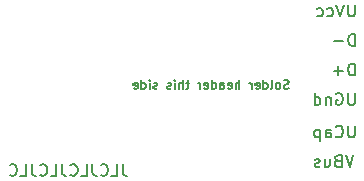
<source format=gbo>
G04 #@! TF.GenerationSoftware,KiCad,Pcbnew,(5.1.10)-1*
G04 #@! TF.CreationDate,2021-08-25T20:16:02-07:00*
G04 #@! TF.ProjectId,USB breakout,55534220-6272-4656-916b-6f75742e6b69,rev?*
G04 #@! TF.SameCoordinates,Original*
G04 #@! TF.FileFunction,Legend,Bot*
G04 #@! TF.FilePolarity,Positive*
%FSLAX46Y46*%
G04 Gerber Fmt 4.6, Leading zero omitted, Abs format (unit mm)*
G04 Created by KiCad (PCBNEW (5.1.10)-1) date 2021-08-25 20:16:02*
%MOMM*%
%LPD*%
G01*
G04 APERTURE LIST*
%ADD10C,0.150000*%
%ADD11R,1.700000X1.700000*%
%ADD12O,1.700000X1.700000*%
%ADD13O,0.950000X1.250000*%
%ADD14O,1.550000X0.890000*%
G04 APERTURE END LIST*
D10*
X110259404Y-98452380D02*
X110259404Y-99166666D01*
X110307023Y-99309523D01*
X110402261Y-99404761D01*
X110545119Y-99452380D01*
X110640357Y-99452380D01*
X109307023Y-99452380D02*
X109783214Y-99452380D01*
X109783214Y-98452380D01*
X108402261Y-99357142D02*
X108449880Y-99404761D01*
X108592738Y-99452380D01*
X108687976Y-99452380D01*
X108830833Y-99404761D01*
X108926071Y-99309523D01*
X108973690Y-99214285D01*
X109021309Y-99023809D01*
X109021309Y-98880952D01*
X108973690Y-98690476D01*
X108926071Y-98595238D01*
X108830833Y-98500000D01*
X108687976Y-98452380D01*
X108592738Y-98452380D01*
X108449880Y-98500000D01*
X108402261Y-98547619D01*
X107687976Y-98452380D02*
X107687976Y-99166666D01*
X107735595Y-99309523D01*
X107830833Y-99404761D01*
X107973690Y-99452380D01*
X108068928Y-99452380D01*
X106735595Y-99452380D02*
X107211785Y-99452380D01*
X107211785Y-98452380D01*
X105830833Y-99357142D02*
X105878452Y-99404761D01*
X106021309Y-99452380D01*
X106116547Y-99452380D01*
X106259404Y-99404761D01*
X106354642Y-99309523D01*
X106402261Y-99214285D01*
X106449880Y-99023809D01*
X106449880Y-98880952D01*
X106402261Y-98690476D01*
X106354642Y-98595238D01*
X106259404Y-98500000D01*
X106116547Y-98452380D01*
X106021309Y-98452380D01*
X105878452Y-98500000D01*
X105830833Y-98547619D01*
X105116547Y-98452380D02*
X105116547Y-99166666D01*
X105164166Y-99309523D01*
X105259404Y-99404761D01*
X105402261Y-99452380D01*
X105497500Y-99452380D01*
X104164166Y-99452380D02*
X104640357Y-99452380D01*
X104640357Y-98452380D01*
X103259404Y-99357142D02*
X103307023Y-99404761D01*
X103449880Y-99452380D01*
X103545119Y-99452380D01*
X103687976Y-99404761D01*
X103783214Y-99309523D01*
X103830833Y-99214285D01*
X103878452Y-99023809D01*
X103878452Y-98880952D01*
X103830833Y-98690476D01*
X103783214Y-98595238D01*
X103687976Y-98500000D01*
X103545119Y-98452380D01*
X103449880Y-98452380D01*
X103307023Y-98500000D01*
X103259404Y-98547619D01*
X102545119Y-98452380D02*
X102545119Y-99166666D01*
X102592738Y-99309523D01*
X102687976Y-99404761D01*
X102830833Y-99452380D01*
X102926071Y-99452380D01*
X101592738Y-99452380D02*
X102068928Y-99452380D01*
X102068928Y-98452380D01*
X100687976Y-99357142D02*
X100735595Y-99404761D01*
X100878452Y-99452380D01*
X100973690Y-99452380D01*
X101116547Y-99404761D01*
X101211785Y-99309523D01*
X101259404Y-99214285D01*
X101307023Y-99023809D01*
X101307023Y-98880952D01*
X101259404Y-98690476D01*
X101211785Y-98595238D01*
X101116547Y-98500000D01*
X100973690Y-98452380D01*
X100878452Y-98452380D01*
X100735595Y-98500000D01*
X100687976Y-98547619D01*
X124321428Y-92053571D02*
X124214285Y-92089285D01*
X124035714Y-92089285D01*
X123964285Y-92053571D01*
X123928571Y-92017857D01*
X123892857Y-91946428D01*
X123892857Y-91875000D01*
X123928571Y-91803571D01*
X123964285Y-91767857D01*
X124035714Y-91732142D01*
X124178571Y-91696428D01*
X124250000Y-91660714D01*
X124285714Y-91625000D01*
X124321428Y-91553571D01*
X124321428Y-91482142D01*
X124285714Y-91410714D01*
X124250000Y-91375000D01*
X124178571Y-91339285D01*
X124000000Y-91339285D01*
X123892857Y-91375000D01*
X123464285Y-92089285D02*
X123535714Y-92053571D01*
X123571428Y-92017857D01*
X123607142Y-91946428D01*
X123607142Y-91732142D01*
X123571428Y-91660714D01*
X123535714Y-91625000D01*
X123464285Y-91589285D01*
X123357142Y-91589285D01*
X123285714Y-91625000D01*
X123250000Y-91660714D01*
X123214285Y-91732142D01*
X123214285Y-91946428D01*
X123250000Y-92017857D01*
X123285714Y-92053571D01*
X123357142Y-92089285D01*
X123464285Y-92089285D01*
X122785714Y-92089285D02*
X122857142Y-92053571D01*
X122892857Y-91982142D01*
X122892857Y-91339285D01*
X122178571Y-92089285D02*
X122178571Y-91339285D01*
X122178571Y-92053571D02*
X122250000Y-92089285D01*
X122392857Y-92089285D01*
X122464285Y-92053571D01*
X122500000Y-92017857D01*
X122535714Y-91946428D01*
X122535714Y-91732142D01*
X122500000Y-91660714D01*
X122464285Y-91625000D01*
X122392857Y-91589285D01*
X122250000Y-91589285D01*
X122178571Y-91625000D01*
X121535714Y-92053571D02*
X121607142Y-92089285D01*
X121750000Y-92089285D01*
X121821428Y-92053571D01*
X121857142Y-91982142D01*
X121857142Y-91696428D01*
X121821428Y-91625000D01*
X121750000Y-91589285D01*
X121607142Y-91589285D01*
X121535714Y-91625000D01*
X121500000Y-91696428D01*
X121500000Y-91767857D01*
X121857142Y-91839285D01*
X121178571Y-92089285D02*
X121178571Y-91589285D01*
X121178571Y-91732142D02*
X121142857Y-91660714D01*
X121107142Y-91625000D01*
X121035714Y-91589285D01*
X120964285Y-91589285D01*
X120142857Y-92089285D02*
X120142857Y-91339285D01*
X119821428Y-92089285D02*
X119821428Y-91696428D01*
X119857142Y-91625000D01*
X119928571Y-91589285D01*
X120035714Y-91589285D01*
X120107142Y-91625000D01*
X120142857Y-91660714D01*
X119178571Y-92053571D02*
X119250000Y-92089285D01*
X119392857Y-92089285D01*
X119464285Y-92053571D01*
X119500000Y-91982142D01*
X119500000Y-91696428D01*
X119464285Y-91625000D01*
X119392857Y-91589285D01*
X119250000Y-91589285D01*
X119178571Y-91625000D01*
X119142857Y-91696428D01*
X119142857Y-91767857D01*
X119500000Y-91839285D01*
X118500000Y-92089285D02*
X118500000Y-91696428D01*
X118535714Y-91625000D01*
X118607142Y-91589285D01*
X118750000Y-91589285D01*
X118821428Y-91625000D01*
X118500000Y-92053571D02*
X118571428Y-92089285D01*
X118750000Y-92089285D01*
X118821428Y-92053571D01*
X118857142Y-91982142D01*
X118857142Y-91910714D01*
X118821428Y-91839285D01*
X118750000Y-91803571D01*
X118571428Y-91803571D01*
X118500000Y-91767857D01*
X117821428Y-92089285D02*
X117821428Y-91339285D01*
X117821428Y-92053571D02*
X117892857Y-92089285D01*
X118035714Y-92089285D01*
X118107142Y-92053571D01*
X118142857Y-92017857D01*
X118178571Y-91946428D01*
X118178571Y-91732142D01*
X118142857Y-91660714D01*
X118107142Y-91625000D01*
X118035714Y-91589285D01*
X117892857Y-91589285D01*
X117821428Y-91625000D01*
X117178571Y-92053571D02*
X117250000Y-92089285D01*
X117392857Y-92089285D01*
X117464285Y-92053571D01*
X117500000Y-91982142D01*
X117500000Y-91696428D01*
X117464285Y-91625000D01*
X117392857Y-91589285D01*
X117250000Y-91589285D01*
X117178571Y-91625000D01*
X117142857Y-91696428D01*
X117142857Y-91767857D01*
X117500000Y-91839285D01*
X116821428Y-92089285D02*
X116821428Y-91589285D01*
X116821428Y-91732142D02*
X116785714Y-91660714D01*
X116750000Y-91625000D01*
X116678571Y-91589285D01*
X116607142Y-91589285D01*
X115892857Y-91589285D02*
X115607142Y-91589285D01*
X115785714Y-91339285D02*
X115785714Y-91982142D01*
X115750000Y-92053571D01*
X115678571Y-92089285D01*
X115607142Y-92089285D01*
X115357142Y-92089285D02*
X115357142Y-91339285D01*
X115035714Y-92089285D02*
X115035714Y-91696428D01*
X115071428Y-91625000D01*
X115142857Y-91589285D01*
X115250000Y-91589285D01*
X115321428Y-91625000D01*
X115357142Y-91660714D01*
X114678571Y-92089285D02*
X114678571Y-91589285D01*
X114678571Y-91339285D02*
X114714285Y-91375000D01*
X114678571Y-91410714D01*
X114642857Y-91375000D01*
X114678571Y-91339285D01*
X114678571Y-91410714D01*
X114357142Y-92053571D02*
X114285714Y-92089285D01*
X114142857Y-92089285D01*
X114071428Y-92053571D01*
X114035714Y-91982142D01*
X114035714Y-91946428D01*
X114071428Y-91875000D01*
X114142857Y-91839285D01*
X114250000Y-91839285D01*
X114321428Y-91803571D01*
X114357142Y-91732142D01*
X114357142Y-91696428D01*
X114321428Y-91625000D01*
X114250000Y-91589285D01*
X114142857Y-91589285D01*
X114071428Y-91625000D01*
X113178571Y-92053571D02*
X113107142Y-92089285D01*
X112964285Y-92089285D01*
X112892857Y-92053571D01*
X112857142Y-91982142D01*
X112857142Y-91946428D01*
X112892857Y-91875000D01*
X112964285Y-91839285D01*
X113071428Y-91839285D01*
X113142857Y-91803571D01*
X113178571Y-91732142D01*
X113178571Y-91696428D01*
X113142857Y-91625000D01*
X113071428Y-91589285D01*
X112964285Y-91589285D01*
X112892857Y-91625000D01*
X112535714Y-92089285D02*
X112535714Y-91589285D01*
X112535714Y-91339285D02*
X112571428Y-91375000D01*
X112535714Y-91410714D01*
X112500000Y-91375000D01*
X112535714Y-91339285D01*
X112535714Y-91410714D01*
X111857142Y-92089285D02*
X111857142Y-91339285D01*
X111857142Y-92053571D02*
X111928571Y-92089285D01*
X112071428Y-92089285D01*
X112142857Y-92053571D01*
X112178571Y-92017857D01*
X112214285Y-91946428D01*
X112214285Y-91732142D01*
X112178571Y-91660714D01*
X112142857Y-91625000D01*
X112071428Y-91589285D01*
X111928571Y-91589285D01*
X111857142Y-91625000D01*
X111214285Y-92053571D02*
X111285714Y-92089285D01*
X111428571Y-92089285D01*
X111500000Y-92053571D01*
X111535714Y-91982142D01*
X111535714Y-91696428D01*
X111500000Y-91625000D01*
X111428571Y-91589285D01*
X111285714Y-91589285D01*
X111214285Y-91625000D01*
X111178571Y-91696428D01*
X111178571Y-91767857D01*
X111535714Y-91839285D01*
X129807261Y-97702380D02*
X129473928Y-98702380D01*
X129140595Y-97702380D01*
X128473928Y-98178571D02*
X128331071Y-98226190D01*
X128283452Y-98273809D01*
X128235833Y-98369047D01*
X128235833Y-98511904D01*
X128283452Y-98607142D01*
X128331071Y-98654761D01*
X128426309Y-98702380D01*
X128807261Y-98702380D01*
X128807261Y-97702380D01*
X128473928Y-97702380D01*
X128378690Y-97750000D01*
X128331071Y-97797619D01*
X128283452Y-97892857D01*
X128283452Y-97988095D01*
X128331071Y-98083333D01*
X128378690Y-98130952D01*
X128473928Y-98178571D01*
X128807261Y-98178571D01*
X127378690Y-98035714D02*
X127378690Y-98702380D01*
X127807261Y-98035714D02*
X127807261Y-98559523D01*
X127759642Y-98654761D01*
X127664404Y-98702380D01*
X127521547Y-98702380D01*
X127426309Y-98654761D01*
X127378690Y-98607142D01*
X126950119Y-98654761D02*
X126854880Y-98702380D01*
X126664404Y-98702380D01*
X126569166Y-98654761D01*
X126521547Y-98559523D01*
X126521547Y-98511904D01*
X126569166Y-98416666D01*
X126664404Y-98369047D01*
X126807261Y-98369047D01*
X126902500Y-98321428D01*
X126950119Y-98226190D01*
X126950119Y-98178571D01*
X126902500Y-98083333D01*
X126807261Y-98035714D01*
X126664404Y-98035714D01*
X126569166Y-98083333D01*
X129914404Y-95202380D02*
X129914404Y-96011904D01*
X129866785Y-96107142D01*
X129819166Y-96154761D01*
X129723928Y-96202380D01*
X129533452Y-96202380D01*
X129438214Y-96154761D01*
X129390595Y-96107142D01*
X129342976Y-96011904D01*
X129342976Y-95202380D01*
X128295357Y-96107142D02*
X128342976Y-96154761D01*
X128485833Y-96202380D01*
X128581071Y-96202380D01*
X128723928Y-96154761D01*
X128819166Y-96059523D01*
X128866785Y-95964285D01*
X128914404Y-95773809D01*
X128914404Y-95630952D01*
X128866785Y-95440476D01*
X128819166Y-95345238D01*
X128723928Y-95250000D01*
X128581071Y-95202380D01*
X128485833Y-95202380D01*
X128342976Y-95250000D01*
X128295357Y-95297619D01*
X127438214Y-96202380D02*
X127438214Y-95678571D01*
X127485833Y-95583333D01*
X127581071Y-95535714D01*
X127771547Y-95535714D01*
X127866785Y-95583333D01*
X127438214Y-96154761D02*
X127533452Y-96202380D01*
X127771547Y-96202380D01*
X127866785Y-96154761D01*
X127914404Y-96059523D01*
X127914404Y-95964285D01*
X127866785Y-95869047D01*
X127771547Y-95821428D01*
X127533452Y-95821428D01*
X127438214Y-95773809D01*
X126962023Y-95535714D02*
X126962023Y-96535714D01*
X126962023Y-95583333D02*
X126866785Y-95535714D01*
X126676309Y-95535714D01*
X126581071Y-95583333D01*
X126533452Y-95630952D01*
X126485833Y-95726190D01*
X126485833Y-96011904D01*
X126533452Y-96107142D01*
X126581071Y-96154761D01*
X126676309Y-96202380D01*
X126866785Y-96202380D01*
X126962023Y-96154761D01*
X129914404Y-92452380D02*
X129914404Y-93261904D01*
X129866785Y-93357142D01*
X129819166Y-93404761D01*
X129723928Y-93452380D01*
X129533452Y-93452380D01*
X129438214Y-93404761D01*
X129390595Y-93357142D01*
X129342976Y-93261904D01*
X129342976Y-92452380D01*
X128342976Y-92500000D02*
X128438214Y-92452380D01*
X128581071Y-92452380D01*
X128723928Y-92500000D01*
X128819166Y-92595238D01*
X128866785Y-92690476D01*
X128914404Y-92880952D01*
X128914404Y-93023809D01*
X128866785Y-93214285D01*
X128819166Y-93309523D01*
X128723928Y-93404761D01*
X128581071Y-93452380D01*
X128485833Y-93452380D01*
X128342976Y-93404761D01*
X128295357Y-93357142D01*
X128295357Y-93023809D01*
X128485833Y-93023809D01*
X127866785Y-92785714D02*
X127866785Y-93452380D01*
X127866785Y-92880952D02*
X127819166Y-92833333D01*
X127723928Y-92785714D01*
X127581071Y-92785714D01*
X127485833Y-92833333D01*
X127438214Y-92928571D01*
X127438214Y-93452380D01*
X126533452Y-93452380D02*
X126533452Y-92452380D01*
X126533452Y-93404761D02*
X126628690Y-93452380D01*
X126819166Y-93452380D01*
X126914404Y-93404761D01*
X126962023Y-93357142D01*
X127009642Y-93261904D01*
X127009642Y-92976190D01*
X126962023Y-92880952D01*
X126914404Y-92833333D01*
X126819166Y-92785714D01*
X126628690Y-92785714D01*
X126533452Y-92833333D01*
X129914404Y-90952380D02*
X129914404Y-89952380D01*
X129676309Y-89952380D01*
X129533452Y-90000000D01*
X129438214Y-90095238D01*
X129390595Y-90190476D01*
X129342976Y-90380952D01*
X129342976Y-90523809D01*
X129390595Y-90714285D01*
X129438214Y-90809523D01*
X129533452Y-90904761D01*
X129676309Y-90952380D01*
X129914404Y-90952380D01*
X128914404Y-90571428D02*
X128152500Y-90571428D01*
X128533452Y-90952380D02*
X128533452Y-90190476D01*
X129914404Y-88452380D02*
X129914404Y-87452380D01*
X129676309Y-87452380D01*
X129533452Y-87500000D01*
X129438214Y-87595238D01*
X129390595Y-87690476D01*
X129342976Y-87880952D01*
X129342976Y-88023809D01*
X129390595Y-88214285D01*
X129438214Y-88309523D01*
X129533452Y-88404761D01*
X129676309Y-88452380D01*
X129914404Y-88452380D01*
X128914404Y-88071428D02*
X128152500Y-88071428D01*
X129914404Y-84952380D02*
X129914404Y-85761904D01*
X129866785Y-85857142D01*
X129819166Y-85904761D01*
X129723928Y-85952380D01*
X129533452Y-85952380D01*
X129438214Y-85904761D01*
X129390595Y-85857142D01*
X129342976Y-85761904D01*
X129342976Y-84952380D01*
X129009642Y-84952380D02*
X128676309Y-85952380D01*
X128342976Y-84952380D01*
X127581071Y-85904761D02*
X127676309Y-85952380D01*
X127866785Y-85952380D01*
X127962023Y-85904761D01*
X128009642Y-85857142D01*
X128057261Y-85761904D01*
X128057261Y-85476190D01*
X128009642Y-85380952D01*
X127962023Y-85333333D01*
X127866785Y-85285714D01*
X127676309Y-85285714D01*
X127581071Y-85333333D01*
X126723928Y-85904761D02*
X126819166Y-85952380D01*
X127009642Y-85952380D01*
X127104880Y-85904761D01*
X127152500Y-85857142D01*
X127200119Y-85761904D01*
X127200119Y-85476190D01*
X127152500Y-85380952D01*
X127104880Y-85333333D01*
X127009642Y-85285714D01*
X126819166Y-85285714D01*
X126723928Y-85333333D01*
%LPC*%
D11*
X132250000Y-85500000D03*
D12*
X132250000Y-88040000D03*
X132250000Y-90580000D03*
X132250000Y-93120000D03*
X132250000Y-95660000D03*
X132250000Y-98200000D03*
D13*
X104150000Y-88500000D03*
X104150000Y-93500000D03*
D14*
X101450000Y-87500000D03*
X101450000Y-94500000D03*
M02*

</source>
